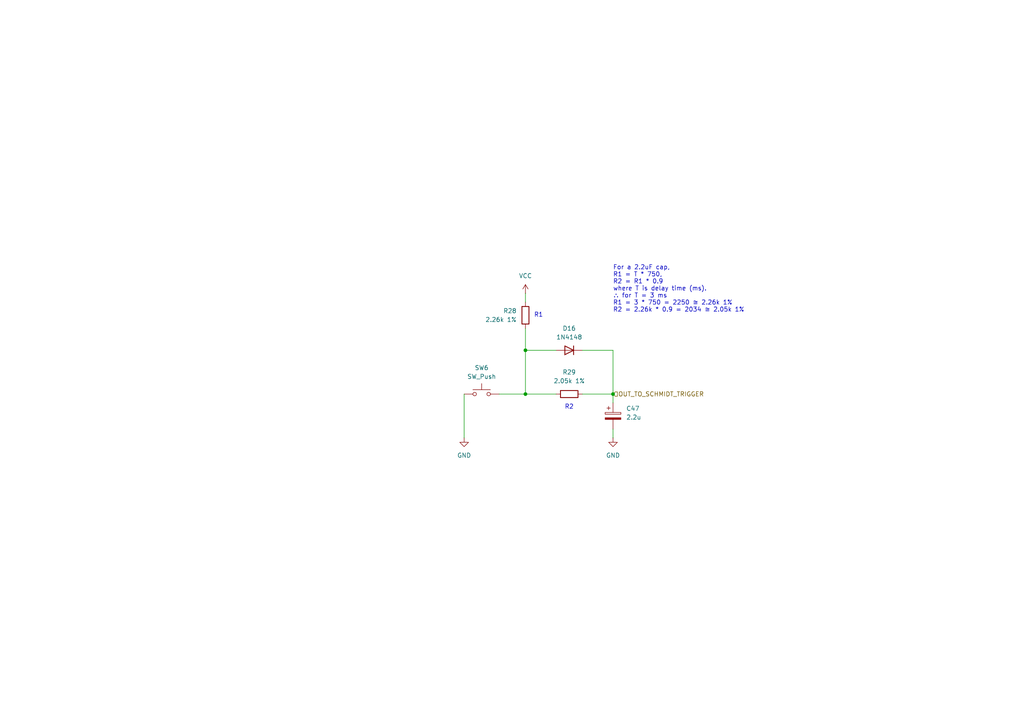
<source format=kicad_sch>
(kicad_sch (version 20250114) (generator "eeschema") (generator_version "9.0")
  (paper "A4")
  (title_block (date "2025-02-23") (rev "v0.2") (company "kevontheweb"))
  (lib_symbols
    (symbol "Device:C_Polarized" (pin_numbers (hide yes)) (pin_names (offset 0.254))
      (property "Reference" "C" (at 0.635 2.54 0))
      (property "Value" "C_Polarized" (at 0.635 -2.54 0))
      (symbol "C_Polarized_0_1"
        (rectangle (start -2.286 0.508) (end 2.286 1.016))
        (polyline (pts (xy -1.778 2.286) (xy -0.762 2.286)))
        (polyline (pts (xy -1.27 2.794) (xy -1.27 1.778)))
        (rectangle (start 2.286 -0.508) (end -2.286 -1.016) (fill (type outline)))
      )
      (symbol "C_Polarized_1_1"
        (pin passive line (at 0 3.81 270) (length 2.794) (name "~") (number "1"))
        (pin passive line (at 0 -3.81 90) (length 2.794) (name "~") (number "2"))
      )
    )
    (symbol "Device:D" (pin_numbers (hide yes)) (pin_names (offset 1.016) (hide yes))
      (property "Reference" "D" (at 0 2.54 0))
      (property "Value" "D" (at 0 -2.54 0))
      (symbol "D_0_1"
        (polyline (pts (xy -1.27 1.27) (xy -1.27 -1.27)) (stroke (width 0.254)))
        (polyline (pts (xy 1.27 1.27) (xy 1.27 -1.27) (xy -1.27 0) (xy 1.27 1.27)) (stroke (width 0.254)))
        (polyline (pts (xy 1.27 0) (xy -1.27 0)))
      )
      (symbol "D_1_1"
        (pin passive line (at -3.81 0 0) (length 2.54) (name "K") (number "1"))
        (pin passive line (at 3.81 0 180) (length 2.54) (name "A") (number "2"))
      )
    )
    (symbol "Device:R" (pin_numbers (hide yes)) (pin_names (offset 0))
      (property "Reference" "R" (at 2.032 0 90))
      (property "Value" "R" (at 0 0 90))
      (symbol "R_0_1"
        (rectangle (start -1.016 -2.54) (end 1.016 2.54) (stroke (width 0.254)))
      )
      (symbol "R_1_1"
        (pin passive line (at 0 3.81 270) (length 1.27) (name "~") (number "1"))
        (pin passive line (at 0 -3.81 90) (length 1.27) (name "~") (number "2"))
      )
    )
    (symbol "Switch:SW_Push" (pin_numbers (hide yes)) (pin_names (offset 1.016) (hide yes))
      (property "Reference" "SW" (at 1.27 2.54 0))
      (property "Value" "SW_Push" (at 0 -1.524 0))
      (symbol "SW_Push_0_1"
        (circle (center -2.032 0) (radius 0.508))
        (polyline (pts (xy 0 1.27) (xy 0 3.048)))
        (circle (center 2.032 0) (radius 0.508))
        (polyline (pts (xy 2.54 1.27) (xy -2.54 1.27)))
        (pin passive line (at -5.08 0 0) (length 2.54) (name "1") (number "1"))
        (pin passive line (at 5.08 0 180) (length 2.54) (name "2") (number "2"))
      )
    )
    (symbol "power:GND" (power) (pin_numbers (hide yes)) (pin_names (offset 0) (hide yes))
      (property "Value" "GND" (at 0 -3.81 0))
      (symbol "GND_0_1"
        (polyline (pts (xy 0 0) (xy 0 -1.27) (xy 1.27 -1.27) (xy 0 -2.54) (xy -1.27 -1.27) (xy 0 -1.27)))
      )
      (symbol "GND_1_1"
        (pin power_in line (at 0 0 270) (length 0) (name "~") (number "1"))
      )
    )
    (symbol "power:VCC" (power) (pin_numbers (hide yes)) (pin_names (offset 0) (hide yes))
      (property "Value" "VCC" (at 0 3.556 0))
      (symbol "VCC_0_1"
        (polyline (pts (xy -0.762 1.27) (xy 0 2.54)))
        (polyline (pts (xy 0 2.54) (xy 0.762 1.27)))
        (polyline (pts (xy 0 0) (xy 0 2.54)))
      )
      (symbol "VCC_1_1"
        (pin power_in line (at 0 0 90) (length 0) (name "~") (number "1"))
      )
    )
  )
  (text "R2" (at 165.1 118.11 0) (effects (font (size 1.27 1.27))))
  (text "R1" (at 156.21 91.44 0) (effects (font (size 1.27 1.27))))
  (text "For a 2.2uF cap,\nR1 = T * 750, \nR2 = R1 * 0.9\nwhere T is delay time (ms).\n∴ for T = 3 ms\nR1 = 3 * 750 = 2250 ≅ 2.26k 1%\nR2 = 2.26k * 0.9 = 2034 ≅ 2.05k 1%" (at 177.8 83.82 0) (effects (font (size 1.27 1.27)) (justify left)))
  (junction (at 177.8 114.3))
  (junction (at 152.4 114.3))
  (junction (at 152.4 101.6))
  (wire (pts (xy 177.8 114.3) (xy 177.8 116.84)))
  (wire (pts (xy 144.78 114.3) (xy 152.4 114.3)))
  (wire (pts (xy 152.4 114.3) (xy 152.4 101.6)))
  (wire (pts (xy 168.91 101.6) (xy 177.8 101.6)))
  (wire (pts (xy 177.8 114.3) (xy 168.91 114.3)))
  (wire (pts (xy 177.8 127) (xy 177.8 124.46)))
  (wire (pts (xy 134.62 127) (xy 134.62 114.3)))
  (wire (pts (xy 152.4 95.25) (xy 152.4 101.6)))
  (wire (pts (xy 177.8 101.6) (xy 177.8 114.3)))
  (wire (pts (xy 152.4 114.3) (xy 161.29 114.3)))
  (wire (pts (xy 152.4 85.09) (xy 152.4 87.63)))
  (wire (pts (xy 152.4 101.6) (xy 161.29 101.6)))
  (hierarchical_label "OUT_TO_SCHMIDT_TRIGGER" (shape input) (at 177.8 114.3 0))
  (symbol (lib_id "Device:C_Polarized") (at 177.8 120.65 0) (unit 1)
    (property "Reference" "C44" (at 181.61 118.4909 0) (effects (justify left)))
    (property "Value" "2.2u" (at 181.61 121.0309 0) (effects (justify left)))
    (property "Footprint" "Diode_SMD:D_SOD-123" (effects (hide yes)))
    (property "Description" "Polarized capacitor" (effects (hide yes)))
    (instances (project "BananaGuard" (path "" (reference "C47") (unit 1)) (path "" (reference "C48") (unit 1)) (path "" (reference "C49") (unit 1)) (path "" (reference "C46") (unit 1)) (path "" (reference "C44") (unit 1)) (path "" (reference "C45") (unit 1)) (path "" (reference "C59") (unit 1)) (path "" (reference "C60") (unit 1)) (path "" (reference "C62") (unit 1)) (path "" (reference "C61") (unit 1)) (path "" (reference "C64") (unit 1)) (path "" (reference "C63") (unit 1))))
  )
  (symbol (lib_id "Device:R") (at 165.1 114.3 90) (unit 1)
    (property "Reference" "R23" (at 165.1 107.95 90))
    (property "Value" "2.05k 1%" (at 165.1 110.49 90))
    (property "Footprint" "Resistor_SMD:R_0603_1608Metric_Pad0.98x0.95mm_HandSolder" (effects (hide yes)))
    (property "Description" "Resistor" (effects (hide yes)))
    (instances (project "BananaGuard" (path "" (reference "R29") (unit 1)) (path "" (reference "R31") (unit 1)) (path "" (reference "R33") (unit 1)) (path "" (reference "R27") (unit 1)) (path "" (reference "R23") (unit 1)) (path "" (reference "R25") (unit 1)) (path "" (reference "R43") (unit 1)) (path "" (reference "R45") (unit 1)) (path "" (reference "R49") (unit 1)) (path "" (reference "R47") (unit 1)) (path "" (reference "R53") (unit 1)) (path "" (reference "R51") (unit 1))))
  )
  (symbol (lib_id "power:GND") (at 134.62 127 0) (unit 1)
    (property "Reference" "#PWR088" (effects (hide yes)))
    (property "Value" "GND" (at 134.62 132.08 0))
    (property "Description" "Power symbol creates a global label with name \"GND\" , ground" (effects (hide yes)))
    (instances (project "BananaGuard" (path "" (reference "#PWR097") (unit 1)) (path "" (reference "#PWR0100") (unit 1)) (path "" (reference "#PWR0103") (unit 1)) (path "" (reference "#PWR094") (unit 1)) (path "" (reference "#PWR088") (unit 1)) (path "" (reference "#PWR091") (unit 1)) (path "" (reference "#PWR0119") (unit 1)) (path "" (reference "#PWR0122") (unit 1)) (path "" (reference "#PWR0128") (unit 1)) (path "" (reference "#PWR0125") (unit 1)) (path "" (reference "#PWR0134") (unit 1)) (path "" (reference "#PWR0131") (unit 1))))
  )
  (symbol (lib_id "power:VCC") (at 152.4 85.09 0) (unit 1)
    (property "Reference" "#PWR089" (effects (hide yes)))
    (property "Value" "VCC" (at 152.4 80.01 0))
    (property "Description" "Power symbol creates a global label with name \"VCC\"" (effects (hide yes)))
    (instances (project "BananaGuard" (path "" (reference "#PWR098") (unit 1)) (path "" (reference "#PWR0101") (unit 1)) (path "" (reference "#PWR0104") (unit 1)) (path "" (reference "#PWR095") (unit 1)) (path "" (reference "#PWR089") (unit 1)) (path "" (reference "#PWR092") (unit 1)) (path "" (reference "#PWR0120") (unit 1)) (path "" (reference "#PWR0123") (unit 1)) (path "" (reference "#PWR0129") (unit 1)) (path "" (reference "#PWR0126") (unit 1)) (path "" (reference "#PWR0135") (unit 1)) (path "" (reference "#PWR0132") (unit 1))))
  )
  (symbol (lib_id "Switch:SW_Push") (at 139.7 114.3 0) (mirror y) (unit 1)
    (property "Reference" "SW3" (at 139.7 106.68 0))
    (property "Value" "SW_Push" (at 139.7 109.22 0))
    (property "Footprint" "Button_Switch_SMD:SW_SPST_PTS645" (effects (hide yes)))
    (property "Description" "Push button switch, generic, two pins" (effects (hide yes)))
    (instances (project "BananaGuard" (path "" (reference "SW6") (unit 1)) (path "" (reference "SW7") (unit 1)) (path "" (reference "SW8") (unit 1)) (path "" (reference "SW5") (unit 1)) (path "" (reference "SW3") (unit 1)) (path "" (reference "SW4") (unit 1)) (path "" (reference "SW9") (unit 1)) (path "" (reference "SW10") (unit 1)) (path "" (reference "SW12") (unit 1)) (path "" (reference "SW11") (unit 1)) (path "" (reference "SW14") (unit 1)) (path "" (reference "SW13") (unit 1))))
  )
  (symbol (lib_id "Device:R") (at 152.4 91.44 0) (mirror y) (unit 1)
    (property "Reference" "R22" (at 149.86 90.1699 0) (effects (justify left)))
    (property "Value" "2.26k 1%" (at 149.86 92.7099 0) (effects (justify left)))
    (property "Footprint" "Resistor_SMD:R_0603_1608Metric_Pad0.98x0.95mm_HandSolder" (effects (hide yes)))
    (property "Description" "Resistor" (effects (hide yes)))
    (instances (project "BananaGuard" (path "" (reference "R28") (unit 1)) (path "" (reference "R30") (unit 1)) (path "" (reference "R32") (unit 1)) (path "" (reference "R26") (unit 1)) (path "" (reference "R22") (unit 1)) (path "" (reference "R24") (unit 1)) (path "" (reference "R42") (unit 1)) (path "" (reference "R44") (unit 1)) (path "" (reference "R48") (unit 1)) (path "" (reference "R46") (unit 1)) (path "" (reference "R52") (unit 1)) (path "" (reference "R50") (unit 1))))
  )
  (symbol (lib_id "Device:D") (at 165.1 101.6 180) (unit 1)
    (property "Reference" "D13" (at 165.1 95.25 0))
    (property "Value" "1N4148" (at 165.1 97.79 0))
    (property "Footprint" "Diode_SMD:D_SOD-123" (effects (hide yes)))
    (property "Description" "Diode" (effects (hide yes)))
    (property "Sim.Device" "D" (effects (hide yes)))
    (property "Sim.Pins" "1=K 2=A" (effects (hide yes)))
    (instances (project "BananaGuard" (path "" (reference "D16") (unit 1)) (path "" (reference "D17") (unit 1)) (path "" (reference "D18") (unit 1)) (path "" (reference "D15") (unit 1)) (path "" (reference "D13") (unit 1)) (path "" (reference "D14") (unit 1)) (path "" (reference "D21") (unit 1)) (path "" (reference "D22") (unit 1)) (path "" (reference "D24") (unit 1)) (path "" (reference "D23") (unit 1)) (path "" (reference "D26") (unit 1)) (path "" (reference "D25") (unit 1))))
  )
  (symbol (lib_id "power:GND") (at 177.8 127 0) (unit 1)
    (property "Reference" "#PWR090" (effects (hide yes)))
    (property "Value" "GND" (at 177.8 132.08 0))
    (property "Description" "Power symbol creates a global label with name \"GND\" , ground" (effects (hide yes)))
    (instances (project "BananaGuard" (path "" (reference "#PWR099") (unit 1)) (path "" (reference "#PWR0102") (unit 1)) (path "" (reference "#PWR0105") (unit 1)) (path "" (reference "#PWR096") (unit 1)) (path "" (reference "#PWR090") (unit 1)) (path "" (reference "#PWR093") (unit 1)) (path "" (reference "#PWR0121") (unit 1)) (path "" (reference "#PWR0124") (unit 1)) (path "" (reference "#PWR0130") (unit 1)) (path "" (reference "#PWR0127") (unit 1)) (path "" (reference "#PWR0136") (unit 1)) (path "" (reference "#PWR0133") (unit 1))))
  )
)
</source>
